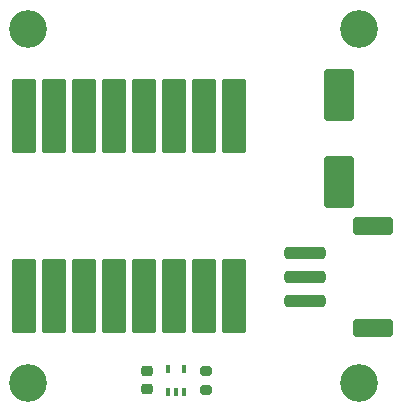
<source format=gts>
%TF.GenerationSoftware,KiCad,Pcbnew,8.0.4*%
%TF.CreationDate,2024-08-07T00:27:04-04:00*%
%TF.ProjectId,esp32c3-wled,65737033-3263-4332-9d77-6c65642e6b69,rev?*%
%TF.SameCoordinates,Original*%
%TF.FileFunction,Soldermask,Top*%
%TF.FilePolarity,Negative*%
%FSLAX46Y46*%
G04 Gerber Fmt 4.6, Leading zero omitted, Abs format (unit mm)*
G04 Created by KiCad (PCBNEW 8.0.4) date 2024-08-07 00:27:04*
%MOMM*%
%LPD*%
G01*
G04 APERTURE LIST*
G04 Aperture macros list*
%AMRoundRect*
0 Rectangle with rounded corners*
0 $1 Rounding radius*
0 $2 $3 $4 $5 $6 $7 $8 $9 X,Y pos of 4 corners*
0 Add a 4 corners polygon primitive as box body*
4,1,4,$2,$3,$4,$5,$6,$7,$8,$9,$2,$3,0*
0 Add four circle primitives for the rounded corners*
1,1,$1+$1,$2,$3*
1,1,$1+$1,$4,$5*
1,1,$1+$1,$6,$7*
1,1,$1+$1,$8,$9*
0 Add four rect primitives between the rounded corners*
20,1,$1+$1,$2,$3,$4,$5,0*
20,1,$1+$1,$4,$5,$6,$7,0*
20,1,$1+$1,$6,$7,$8,$9,0*
20,1,$1+$1,$8,$9,$2,$3,0*%
G04 Aperture macros list end*
%ADD10RoundRect,0.102000X0.952500X-3.000000X0.952500X3.000000X-0.952500X3.000000X-0.952500X-3.000000X0*%
%ADD11RoundRect,0.225000X-0.250000X0.225000X-0.250000X-0.225000X0.250000X-0.225000X0.250000X0.225000X0*%
%ADD12C,3.200000*%
%ADD13RoundRect,0.100000X0.100000X-0.225000X0.100000X0.225000X-0.100000X0.225000X-0.100000X-0.225000X0*%
%ADD14RoundRect,0.250000X1.500000X-0.250000X1.500000X0.250000X-1.500000X0.250000X-1.500000X-0.250000X0*%
%ADD15RoundRect,0.250001X1.449999X-0.499999X1.449999X0.499999X-1.449999X0.499999X-1.449999X-0.499999X0*%
%ADD16RoundRect,0.200000X0.275000X-0.200000X0.275000X0.200000X-0.275000X0.200000X-0.275000X-0.200000X0*%
%ADD17RoundRect,0.250000X1.000000X-1.950000X1.000000X1.950000X-1.000000X1.950000X-1.000000X-1.950000X0*%
G04 APERTURE END LIST*
D10*
%TO.C,U1*%
X177380000Y-92380000D03*
X174840000Y-92380000D03*
X172300000Y-92380000D03*
X169760000Y-92380000D03*
X164680000Y-92380000D03*
X167220000Y-92380000D03*
X159600000Y-107620000D03*
X159600000Y-92380000D03*
X162140000Y-107620000D03*
X164680000Y-107620000D03*
X167220000Y-107620000D03*
X169760000Y-107620000D03*
X172300000Y-107620000D03*
X174840000Y-107620000D03*
X177380000Y-107620000D03*
X162140000Y-92380000D03*
%TD*%
D11*
%TO.C,C1*%
X170000000Y-113975000D03*
X170000000Y-115525000D03*
%TD*%
D12*
%TO.C,H1*%
X160000000Y-85000000D03*
%TD*%
%TO.C,H2*%
X188000000Y-85000000D03*
%TD*%
D13*
%TO.C,U2*%
X171850000Y-115700000D03*
X172500000Y-115700000D03*
X173150000Y-115700000D03*
X173150000Y-113800000D03*
X171850000Y-113800000D03*
%TD*%
D14*
%TO.C,J1*%
X183400000Y-108000000D03*
X183400000Y-106000000D03*
X183400000Y-104000000D03*
D15*
X189150000Y-110350000D03*
X189150000Y-101650000D03*
%TD*%
D16*
%TO.C,R1*%
X175000000Y-115575000D03*
X175000000Y-113925000D03*
%TD*%
D17*
%TO.C,C2*%
X186250000Y-97950000D03*
X186250000Y-90550000D03*
%TD*%
D12*
%TO.C,H4*%
X160000000Y-115000000D03*
%TD*%
%TO.C,H3*%
X188000000Y-115000000D03*
%TD*%
M02*

</source>
